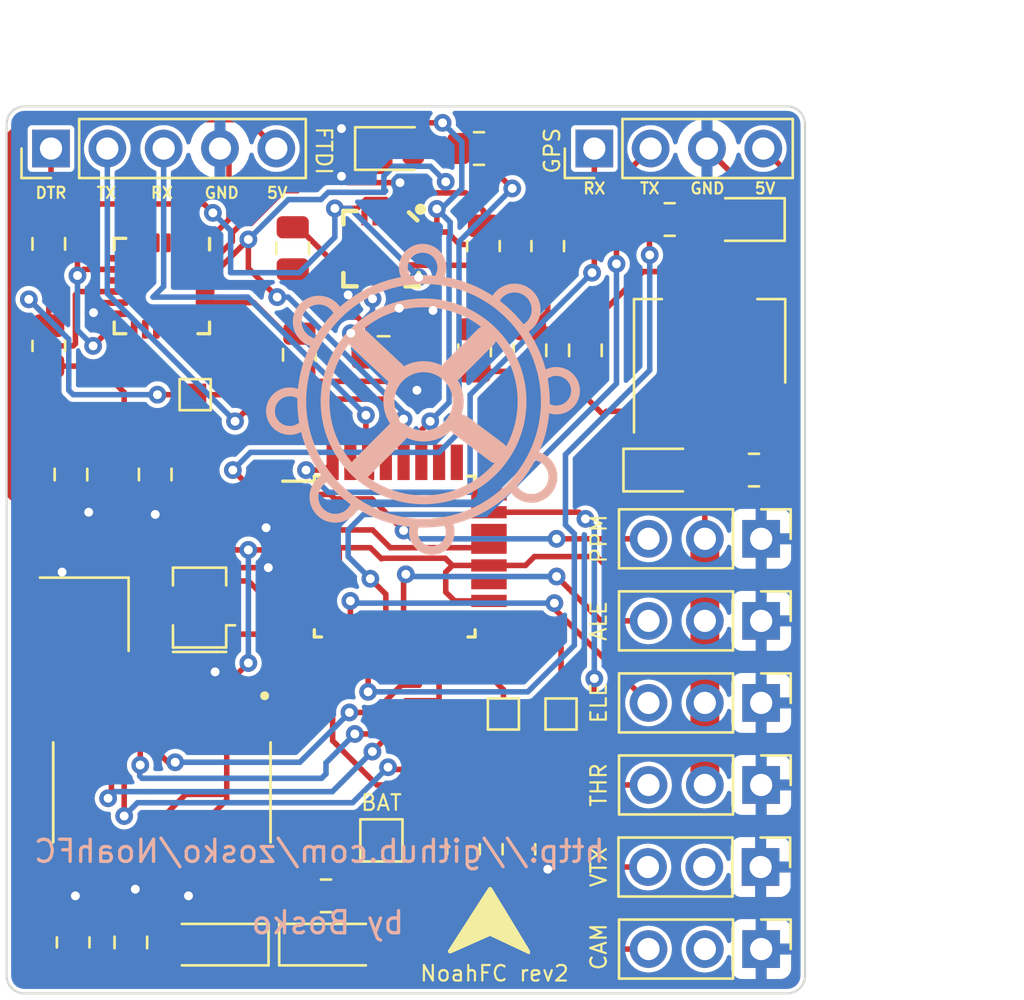
<source format=kicad_pcb>
(kicad_pcb (version 20211014) (generator pcbnew)
  (layers (0 "F.Cu" signal) (31 "B.Cu" signal) (34 "B.Paste" user) (35 "F.Paste" user) (36 "B.SilkS" user "B.Silkscreen") (37 "F.SilkS" user "F.Silkscreen") (38 "B.Mask" user) (39 "F.Mask" user) (44 "Edge.Cuts" user))
  (net 0 "")
  (net 1 "GND")
  (net 2 "5V")
  (net 3 "SCL")
  (net 4 "SDA")
  (net 5 "DTR")
  (net 6 "TX")
  (net 7 "RX")
  (net 8 "Net-(D1-Pad2)")
  (net 9 "Net-(D2-Pad2)")
  (net 10 "SCK")
  (net 11 "XTAL1")
  (net 12 "XTAL2")
  (net 13 "ALERON")
  (net 14 "ELEVATOR")
  (net 15 "THROTTLE")
  (net 16 "PPM")
  (net 17 "GPS_TX")
  (net 18 "GPS_RX")
  (net 19 "RESET")
  (net 20 "MISO")
  (net 21 "LED_GPS")
  (net 22 "LED_MODE")
  (net 23 "VOLTAGE_READ")
  (net 24 "Net-(D3-Pad2)")
  (net 30 "3.3V")
  (net 31 "Net-(C8-Pad1)")
  (net 32 "Net-(C9-Pad1)")
  (net 33 "XTAL1_OSD")
  (net 34 "XTAL2_OSD")
  (net 35 "Net-(C17-Pad1)")
  (net 36 "Net-(C17-Pad2)")
  (net 37 "Net-(C18-Pad1)")
  (net 38 "Net-(C18-Pad2)")
  (net 39 "Net-(C19-Pad1)")
  (net 40 "Net-(C20-Pad2)")
  (net 41 "SS")
  (net 42 "MOSI")
  (net 71 "Net-(J17-Pad3)")
  (net 72 "Net-(C21-Pad1)")
  (net 73 "Net-(C21-Pad2)")
  (net 74 "Net-(R5-Pad1)")
  (footprint "TestPoint:TestPoint_Pad_1.0x1.0mm" (layer "F.Cu") (at 140.3 102.1)
    (fp_text reference "J12" hide)
    (fp_text value "MISO" hide)
  )
  (footprint "Connector_PinHeader_2.54mm:PinHeader_1x05_P2.54mm_Vertical" (layer "F.Cu") (at 119.9 76.6 90)
    (fp_text reference "J4" hide)
    (fp_text value "FTDI" hide)
  )
  (footprint "Resistor_SMD:R_0805_2012Metric" (layer "F.Cu") (at 119.8 85.5 -90)
    (fp_text reference "R1" hide)
    (fp_text value "10K" hide)
  )
  (footprint "Capacitor_Tantalum_SMD:CP_EIA-3216-18_Kemet-A" (layer "F.Cu") (at 132.5 112.5)
    (fp_text reference "C19" hide)
    (fp_text value "47uF" hide)
  )
  (footprint "TestPoint:TestPoint_Pad_1.0x1.0mm" (layer "F.Cu") (at 142.9 102.1 90)
    (fp_text reference "J11" hide)
    (fp_text value "SCK" hide)
  )
  (footprint "Resistor_SMD:R_0805_2012Metric" (layer "F.Cu") (at 151.6 91.1 180)
    (fp_text reference "R4" hide)
    (fp_text value "330" hide)
  )
  (footprint "Capacitor_SMD:C_0805_2012Metric" (layer "F.Cu") (at 144 85.7 90)
    (fp_text reference "C6" hide)
    (fp_text value "10nF" hide)
  )
  (footprint "TestPoint:TestPoint_Pad_1.5x1.5mm" (layer "F.Cu") (at 134.8 107.8)
    (fp_text reference "J5" hide)
    (fp_text value "VCC" hide)
  )
  (footprint "Resistor_SMD:R_0805_2012Metric" (layer "F.Cu") (at 142.3 81 90)
    (fp_text reference "R8" hide)
    (fp_text value "10K" hide)
  )
  (footprint "Capacitor_SMD:C_0805_2012Metric" (layer "F.Cu") (at 124.6 91.3 90)
    (fp_text reference "C10" hide)
    (fp_text value "10uF" hide)
  )
  (footprint "Resistor_SMD:R_0805_2012Metric" (layer "F.Cu") (at 120.9 112.4 90)
    (fp_text reference "R9" hide)
    (fp_text value "75" hide)
  )
  (footprint "Resistor_SMD:R_0805_2012Metric" (layer "F.Cu") (at 139.4 81 90)
    (fp_text reference "R7" hide)
    (fp_text value "10K" hide)
  )
  (footprint "HMC5883L:LPCC-16" (layer "F.Cu") (at 134.7848 81.1152 -90)
    (fp_text reference "U6" hide)
    (fp_text value "HMC5883L" hide)
  )
  (footprint "Sensor_Motion:InvenSense_QFN-24_4x4mm_P0.5mm" (layer "F.Cu") (at 124.9 82.8 -90)
    (fp_text reference "U2" hide)
    (fp_text value "MPU-6050" hide)
  )
  (footprint "Capacitor_Tantalum_SMD:CP_EIA-3216-18_Kemet-A" (layer "F.Cu") (at 127.4 112.5 180)
    (fp_text reference "C18" hide)
    (fp_text value "47uF" hide)
  )
  (footprint "Package_TO_SOT_SMD:SOT-223-3_TabPin2" (layer "F.Cu") (at 149.6 85.3 90)
    (fp_text reference "U4" hide)
    (fp_text value "AMS1117-3.3")
  )
  (footprint "Package_QFP:TQFP-32_7x7mm_P0.8mm" (layer "F.Cu") (at 135.4 95)
    (fp_text reference "U1" hide)
    (fp_text value "ATmega328")
  )
  (footprint "Capacitor_SMD:C_0805_2012Metric" (layer "F.Cu") (at 141.5 85.7 90)
    (fp_text reference "C11" hide)
    (fp_text value "22uF" hide)
  )
  (footprint "Crystal:Resonator_SMD_Murata_CSTxExxV-3Pin_3.0x1.1mm" (layer "F.Cu") (at 126.6 97.3 90)
    (fp_text reference "Y1" hide)
    (fp_text value "16Mhz")
  )
  (footprint "Capacitor_SMD:C_0805_2012Metric" (layer "F.Cu") (at 130.8 81.1 90)
    (fp_text reference "C21" hide)
    (fp_text value "220nF" hide)
  )
  (footprint "Crystal:Crystal_SMD_3225-4Pin_3.2x2.5mm" (layer "F.Cu") (at 121.4 97.6 180)
    (fp_text reference "Y2" hide)
    (fp_text value "27Mhz" hide)
  )
  (footprint "Capacitor_SMD:C_0805_2012Metric" (layer "F.Cu") (at 134.9 85.8 180)
    (fp_text reference "C20" hide)
    (fp_text value "4.7uF" hide)
  )
  (footprint "Resistor_SMD:R_0805_2012Metric" (layer "F.Cu") (at 141 108.2 -90)
    (fp_text reference "R6" hide)
    (fp_text value "10K" hide)
  )
  (footprint "Resistor_SMD:R_0805_2012Metric" (layer "F.Cu") (at 147.8 79.8)
    (fp_text reference "R2" hide)
    (fp_text value "330" hide)
  )
  (footprint "Capacitor_SMD:C_0805_2012Metric" (layer "F.Cu") (at 119.8 80.9 90)
    (fp_text reference "C3" hide)
    (fp_text value "1nF" hide)
  )
  (footprint "LED_SMD:LED_0805_2012Metric" (layer "F.Cu") (at 135.3 76.6)
    (fp_text reference "D2" hide)
    (fp_text value "MODE" hide)
  )
  (footprint "Resistor_SMD:R_0805_2012Metric" (layer "F.Cu") (at 132.3 110.3)
    (fp_text reference "R10" hide)
    (fp_text value "75" hide)
  )
  (footprint "Connector_PinHeader_2.54mm:PinHeader_1x03_P2.54mm_Vertical" (layer "F.Cu") (at 151.9 109 -90)
    (fp_text reference "J17" hide)
    (fp_text value "VTX" hide)
  )
  (footprint "Connector_PinHeader_2.54mm:PinHeader_1x03_P2.54mm_Vertical" (layer "F.Cu") (at 151.925 101.6 -90)
    (fp_text reference "J2" hide)
    (fp_text value "ELE" hide)
  )
  (footprint "Resistor_SMD:R_0805_2012Metric" (layer "F.Cu") (at 139.2 76.6 180)
    (fp_text reference "R3" hide)
    (fp_text value "330" hide)
  )
  (footprint "Capacitor_SMD:C_0805_2012Metric" (layer "F.Cu") (at 120.8 91.3 -90)
    (fp_text reference "C8" hide)
    (fp_text value "100nF" hide)
  )
  (footprint "Connector_PinHeader_2.54mm:PinHeader_1x03_P2.54mm_Vertical" (layer "F.Cu") (at 151.925 97.9 -90)
    (fp_text reference "J1" hide)
    (fp_text value "ALE" hide)
  )
  (footprint "Connector_PinHeader_2.54mm:PinHeader_1x03_P2.54mm_Vertical" (layer "F.Cu") (at 151.925 94.2 -90)
    (fp_text reference "J7" hide)
    (fp_text value "PPM" hide)
  )
  (footprint "Resistor_SMD:R_0805_2012Metric" (layer "F.Cu") (at 138.5 108.2 90)
    (fp_text reference "R5" hide)
    (fp_text value "100K" hide)
  )
  (footprint "Capacitor_SMD:C_0805_2012Metric" (layer "F.Cu") (at 123.5 112.4 -90)
    (fp_text reference "C17" hide)
    (fp_text value "100nF" hide)
  )
  (footprint "Connector_PinHeader_2.54mm:PinHeader_1x03_P2.54mm_Vertical" (layer "F.Cu") (at 151.925 112.7 -90)
    (fp_text reference "J3" hide)
    (fp_text value "CAM" hide)
  )
  (footprint "LED_SMD:LED_0805_2012Metric" (layer "F.Cu") (at 151.3 79.8 180)
    (fp_text reference "D1" hide)
    (fp_text value "GPS" hide)
  )
  (footprint "Connector_PinHeader_2.54mm:PinHeader_1x04_P2.54mm_Vertical" (layer "F.Cu") (at 144.4 76.6 90)
    (fp_text reference "J8" hide)
    (fp_text value "GPS" hide)
  )
  (footprint "LED_SMD:LED_0805_2012Metric" (layer "F.Cu") (at 147.4 91.1)
    (fp_text reference "D3" hide)
    (fp_text value "PWR" hide)
  )
  (footprint "TestPoint:TestPoint_Pad_1.0x1.0mm" (layer "F.Cu") (at 126.4 87.7)
    (fp_text reference "J18" hide)
    (fp_text value "RESET" hide)
  )
  (footprint "Connector_PinHeader_2.54mm:PinHeader_1x03_P2.54mm_Vertical" (layer "F.Cu") (at 151.925 105.3 -90)
    (fp_text reference "J6" hide)
    (fp_text value "THR" hide)
  )
  (footprint "Capacitor_SMD:C_0805_2012Metric" (layer "F.Cu") (at 131.1 85.9 -90)
    (fp_text reference "C9" hide)
    (fp_text value "2.2nF" hide)
  )
  (footprint "Capacitor_SMD:C_0805_2012Metric" (layer "F.Cu") (at 139 85.7 -90)
    (fp_text reference "C7" hide)
    (fp_text value "100nF" hide)
  )
  (footprint "MAX7456:SOP65P637X110-28N" (layer "F.Cu") (at 124.9 105.6325 -90)
    (fp_text reference "U5" hide)
    (fp_text value "MAX7456EUI+" hide)
  )
  (gr_circle (center 136.7 88) (end 142.191812 88) (layer "B.SilkS") (width 0.4) (fill none))
  (gr_circle (center 136.7 88) (end 141.141846 88) (layer "B.SilkS") (width 0.4) (fill none))
  (gr_line (start 135.5 89.4) (end 133.9 91) (layer "B.SilkS") (width 1))
  (gr_arc (start 137.8 93.5) (mid 137.128321 94.7251) (end 136.3 93.6) (layer "B.SilkS") (width 0.4))
  (gr_arc (start 142.2 86.8) (mid 143.550704 87.463346) (end 142.3 88.3) (layer "B.SilkS") (width 0.4))
  (gr_circle (center 136.7 88) (end 138.26205 88) (layer "B.SilkS") (width 0.5) (fill none))
  (gr_line (start 138 86.6) (end 139.5 85.1) (layer "B.SilkS") (width 1))
  (gr_arc (start 141.9 90.5) (mid 142.347226 91.981248) (end 140.799999 92) (layer "B.SilkS") (width 0.4))
  (gr_arc (start 131.150645 89.16329) (mid 129.800035 88.499958) (end 131.050645 87.66329) (layer "B.SilkS") (width 0.4))
  (gr_arc (start 135.93671 82.450645) (mid 136.600042 81.100035) (end 137.43671 82.350645) (layer "B.SilkS") (width 0.4))
  (gr_line (start 138.4 89.1) (end 140 90.3) (layer "B.SilkS") (width 1))
  (gr_arc (start 131.600001 85.3) (mid 131.238706 83.77609) (end 132.800001 83.9) (layer "B.SilkS") (width 0.4))
  (gr_line (start 135.4 86.7) (end 133.8 85.2) (layer "B.SilkS") (width 1))
  (gr_arc (start 133.6 92.699999) (mid 132.093447 93.040958) (end 132.2 91.499999) (layer "B.SilkS") (width 0.4))
  (gr_arc (start 139.9 83.5) (mid 141.434702 83.126203) (end 141.3 84.7) (layer "B.SilkS") (width 0.4))
  (gr_poly (pts (xy 141.4 112.8) (xy 139.7 112) (xy 137.9 112.8) (xy 139.7 110)) (layer "F.SilkS") (width 0.2) (fill solid))
  (gr_arc locked (start 153.899999 113.9) (mid 153.665684 114.465685) (end 153.099999 114.7) (layer "Edge.Cuts") (width 0.1))
  (gr_line locked (start 153.099999 114.7) (end 118.699999 114.7) (layer "Edge.Cuts") (width 0.1))
  (gr_arc locked (start 153.099999 74.7) (mid 153.665684 74.934315) (end 153.899999 75.5) (layer "Edge.Cuts") (width 0.1))
  (gr_arc locked (start 118.699999 114.7) (mid 118.134314 114.465685) (end 117.899999 113.9) (layer "Edge.Cuts") (width 0.1))
  (gr_line locked (start 117.899999 113.9) (end 117.899999 75.5) (layer "Edge.Cuts") (width 0.1))
  (gr_line locked (start 118.699999 74.7) (end 153.099999 74.7) (layer "Edge.Cuts") (width 0.1))
  (gr_arc locked (start 117.899999 75.5) (mid 118.134314 74.934315) (end 118.699999 74.7) (layer "Edge.Cuts") (width 0.1))
  (gr_line locked (start 153.899999 75.5) (end 153.899999 113.9) (layer "Edge.Cuts") (width 0.1))
  (gr_text "http://github.com/zosko/NoahFC\n\nby Bosko " (at 132 109.9) (layer "B.SilkS") (effects (font (size 1 1)) (justify mirror)))
  (gr_text "ALE" (at 144.6 97.9 90) (layer "F.SilkS") (effects (font (size 0.7 0.7) (thickness 0.1))))
  (gr_text "CAM" (at 144.6 112.6 90) (layer "F.SilkS") (effects (font (size 0.7 0.7) (thickness 0.1))))
  (gr_text "VTX" (at 144.6 109 90) (layer "F.SilkS") (effects (font (size 0.7 0.7) (thickness 0.1))))
  (gr_text "ELE" (at 144.6 101.6 90) (layer "F.SilkS") (effects (font (size 0.7 0.7) (thickness 0.1))))
  (gr_text "RX" (at 124.9 78.6) (layer "F.SilkS") (effects (font (size 0.5 0.5) (thickness 0.1))))
  (gr_text "TX" (at 146.9 78.4) (layer "F.SilkS") (effects (font (size 0.5 0.5) (thickness 0.1))))
  (gr_text "BAT" (at 134.8 106.1) (layer "F.SilkS") (effects (font (size 0.7 0.7) (thickness 0.1))))
  (gr_text "PPM" (at 144.6 94.2 90) (layer "F.SilkS") (effects (font (size 0.7 0.7) (thickness 0.1))))
  (gr_text "FTDI" (at 132.2 76.7 270) (layer "F.SilkS") (effects (font (size 0.7 0.7) (thickness 0.1))))
  (gr_text "5V" (at 152.1 78.4) (layer "F.SilkS") (effects (font (size 0.5 0.5) (thickness 0.1))))
  (gr_text "RX" (at 144.4 78.4) (layer "F.SilkS") (effects (font (size 0.5 0.5) (thickness 0.1))))
  (gr_text "THR" (at 144.6 105.3 90) (layer "F.SilkS") (effects (font (size 0.7 0.7) (thickness 0.1))))
  (gr_text "TX" (at 122.4 78.6) (layer "F.SilkS") (effects (font (size 0.5 0.5) (thickness 0.1))))
  (gr_text "GPS" (at 142.5 76.7 90) (layer "F.SilkS") (effects (font (size 0.7 0.7) (thickness 0.1))))
  (gr_text "DTR" (at 119.9 78.6) (layer "F.SilkS") (effects (font (size 0.5 0.5) (thickness 0.1))))
  (gr_text "GND" (at 149.5 78.4) (layer "F.SilkS") (effects (font (size 0.5 0.5) (thickness 0.1))))
  (gr_text "5V" (at 130.1 78.6) (layer "F.SilkS") (effects (font (size 0.5 0.5) (thickness 0.1))))
  (gr_text "NoahFC rev2" (at 139.9 113.8) (layer "F.SilkS") (effects (font (size 0.7 0.7) (thickness 0.1))))
  (gr_text "GND" (at 127.6 78.6) (layer "F.SilkS") (effects (font (size 0.5 0.5) (thickness 0.1))))
  (segment (start 126.15 84.75) (end 128.25 86.85) (width 0.25) (layer "F.Cu") (net 1))
  (segment (start 135.637701 78.137701) (end 133.287201 78.137701) (width 0.25) (layer "F.Cu") (net 1))
  (segment (start 141.5 86.65) (end 139 86.65) (width 0.25) (layer "F.Cu") (net 1))
  (segment (start 127.6 95.1) (end 128 95.5) (width 0.25) (layer "F.Cu") (net 1))
  (segment (start 128.2 78) (end 127.925 78.275) (width 0.25) (layer "F.Cu") (net 1))
  (segment (start 131.35 87.1) (end 131.1 86.85) (width 0.25) (layer "F.Cu") (net 1))
  (segment (start 135.0348 82.4852) (end 135.0348 83.0098) (width 0.25) (layer "F.Cu") (net 1))
  (segment (start 122.95 83.55) (end 122.268412 83.55) (width 0.25) (layer "F.Cu") (net 1))
  (segment (start 133.4625 75.7) (end 134.3625 76.6) (width 0.25) (layer "F.Cu") (net 1))
  (segment (start 146.4625 91.1) (end 147.3 90.2625) (width 0.25) (layer "F.Cu") (net 1))
  (segment (start 151.2 78.4) (end 151.2 78.32) (width 0.25) (layer "F.Cu") (net 1))
  (segment (start 134.4 93.8) (end 131.15 93.8) (width 0.25) (layer "F.Cu") (net 1))
  (segment (start 135.0348 83.0098) (end 135.125 83.1) (width 0.25) (layer "F.Cu") (net 1))
  (segment (start 134.3625 76.6) (end 132.2 76.6) (width 0.25) (layer "F.Cu") (net 1))
  (segment (start 142.2875 109.1125) (end 142.3 109.1) (width 0.25) (layer "F.Cu") (net 1))
  (segment (start 127.175 100.325) (end 127.3 100.2) (width 0.25) (layer "F.Cu") (net 1))
  (segment (start 120.3 96.75) (end 120.3 95.8) (width 0.25) (layer "F.Cu") (net 1))
  (segment (start 127.925 79.800305) (end 127.925 78.275) (width 0.25) (layer "F.Cu") (net 1))
  (segment (start 135.85 86.85) (end 135.6 87.1) (width 0.25) (layer "F.Cu") (net 1))
  (segment (start 124.6 92.25) (end 124.6 93.1) (width 0.25) (layer "F.Cu") (net 1))
  (segment (start 126.15 80.85) (end 126.7 80.3) (width 0.25) (layer "F.Cu") (net 1))
  (segment (start 135.125 83.1) (end 135.6 83.575) (width 0.25) (layer "F.Cu") (net 1))
  (segment (start 129.8 95.4) (end 129.7 95.5) (width 0.25) (layer "F.Cu") (net 1))
  (segment (start 129.7 93.8) (end 129.6 93.7) (width 0.25) (layer "F.Cu") (net 1))
  (segment (start 135.85 85.8) (end 135.85 86.85) (width 0.25) (layer "F.Cu") (net 1))
  (segment (start 135.85 86.95) (end 136.4 87.5) (width 0.25) (layer "F.Cu") (net 1))
  (segment (start 134.0348 82.4852) (end 134.0148 82.4852) (width 0.25) (layer "F.Cu") (net 1))
  (segment (start 144.95 88.45) (end 144.8 88.6) (width 0.25) (layer "F.Cu") (net 1))
  (segment (start 135.6 83.575) (end 135.6 83.8) (width 0.25) (layer "F.Cu") (net 1))
  (segment (start 144 86.65) (end 141.5 86.65) (width 0.25) (layer "F.Cu") (net 1))
  (segment (start 133 75.7) (end 133.4625 75.7) (width 0.25) (layer "F.Cu") (net 1))
  (segment (start 125 95.3) (end 125.2 95.1) (width 0.25) (layer "F.Cu") (net 1))
  (segment (start 135.85 85.8) (end 136.5 85.8) (width 0.25) (layer "F.Cu") (net 1))
  (segment (start 125.2 95.1) (end 127.6 95.1) (width 0.25) (layer "F.Cu") (net 1))
  (segment (start 120.4 96.75) (end 122.1 98.45) (width 0.25) (layer "F.Cu") (net 1))
  (segment (start 120.3 95.8) (end 120.4 95.7) (width 0.25) (layer "F.Cu") (net 1))
  (segment (start 123.925 108.5075) (end 123.925 109.775) (width 0.25) (layer "F.Cu") (net 1))
  (segment (start 135.2 94.6) (end 134.4 93.8) (width 0.25) (layer "F.Cu") (net 1))
  (segment (start 131.15 93.8) (end 129.7 93.8) (width 0.25) (layer "F.Cu") (net 1))
  (segment (start 134.0148 82.4852) (end 133.3 83.2) (width 0.25) (layer "F.Cu") (net 1))
  (segment (start 127.925 78.275) (end 127.925 77.005) (width 0.25) (layer "F.Cu") (net 1))
  (segment (start 120.85 92.25) (end 121.6 93) (width 0.25) (layer "F.Cu") (net 1))
  (segment (start 135.85 85.8) (end 135.85 86.95) (width 0.25) (layer "F.Cu") (net 1))
  (segment (start 126.7 80.3) (end 127.425305 80.3) (width 0.25) (layer "F.Cu") (net 1))
  (segment (start 136.5 85.8) (end 137.1 85.2) (width 0.25) (layer "F.Cu") (net 1))
  (segment (start 120.3 96.75) (end 120.4 96.75) (width 0.25) (layer "F.Cu") (net 1))
  (segment (start 151.2 78.32) (end 149.48 76.6) (width 0.25) (layer "F.Cu") (net 1))
  (segment (start 130.8 78) (end 128.2 78) (width 0.25) (layer "F.Cu") (net 1))
  (segment (start 127.425305 80.3) (end 127.925 79.800305) (width 0.25) (layer "F.Cu") (net 1))
  (segment (start 147.3 90.2625) (end 147.3 88.45) (width 0.25) (layer "F.Cu") (net 1))
  (segment (start 120.9 111.4875) (end 120.9 110.4) (width 0.25) (layer "F.Cu") (net 1))
  (segment (start 136.7 86.65) (end 135.85 85.8) (width 0.25) (layer "F.Cu") (net 1))
  (segment (start 139.65 94.6) (end 135.2 94.6) (width 0.25) (layer "F.Cu") (net 1))
  (segment (start 139 86.65) (end 136.7 86.65) (width 0.25) (layer "F.Cu") (net 1))
  (segment (start 144 87.8) (end 144 86.65) (width 0.25) (layer "F.Cu") (net 1))
  (segment (start 120.8 92.25) (end 120.85 92.25) (width 0.25) (layer "F.Cu") (net 1))
  (segment (start 127.925 77.005) (end 127.52 76.6) (width 0.25) (layer "F.Cu") (net 1))
  (segment (start 152.2375 79.8) (end 152.2375 79.4375) (width 0.25) (layer "F.Cu") (net 1))
  (segment (start 125.875 108.5075) (end 125.875 110.075) (width 0.25) (layer "F.Cu") (net 1))
  (segment (start 147.3 88.45) (end 144.95 88.45) (width 0.25) (layer "F.Cu") (net 1))
  (segment (start 126.6 97.3) (end 125.6 97.3) (width 0.25) (layer "F.Cu") (net 1))
  (segment (start 122.1 98.45) (end 122.5 98.45) (width 0.25) (layer "F.Cu") (net 1))
  (segment (start 123.925 109.775) (end 123.7 110) (width 0.25) (layer "F.Cu") (net 1))
  (segment (start 128 95.5) (end 129.7 95.5) (width 0.25) (layer "F.Cu") (net 1))
  (segment (start 125.875 110.075) (end 126.1 110.3) (width 0.25) (layer "F.Cu") (net 1))
  (segment (start 122.268412 83.55) (end 121.818412 84) (width 0.25) (layer "F.Cu") (net 1))
  (segment (start 135.6 87.1) (end 131.35 87.1) (width 0.25) (layer "F.Cu") (net 1))
  (segment (start 120.9 110.4) (end 121 110.3) (width 0.25) (layer "F.Cu") (net 1))
  (segment (start 144.8 88.6) (end 144 87.8) (width 0.25) (layer "F.Cu") (net 1))
  (segment (start 127.175 102.7575) (end 127.175 100.325) (width 0.25) (layer "F.Cu") (net 1))
  (segment (start 132.2 76.6) (end 130.8 78) (width 0.25) (layer "F.Cu") (net 1))
  (segment (start 128.25 86.85) (end 131.1 86.85) (width 0.25) (layer "F.Cu") (net 1))
  (segment (start 137.1 83.9255) (end 137.1255 83.9) (width 0.25) (layer "F.Cu") (net 1))
  (segment (start 137.1 85.2) (end 137.1 83.9255) (width 0.25) (layer "F.Cu") (net 1))
  (segment (start 133.287201 78.137701) (end 133 77.8505) (width 0.25) (layer "F.Cu") (net 1))
  (segment (start 152.2375 79.4375) (end 151.2 78.4) (width 0.25) (layer "F.Cu") (net 1))
  (segment (start 131.15 95.4) (end 129.8 95.4) (width 0.25) (layer "F.Cu") (net 1))
  (segment (start 125.6 97.3) (end 125 96.7) (width 0.25) (layer "F.Cu") (net 1))
  (segment (start 125 96.7) (end 125 95.3) (width 0.25) (layer "F.Cu") (net 1))
  (segment (start 141 109.1125) (end 142.2875 109.1125) (width 0.25) (layer "F.Cu") (net 1))
  (via (at 126.1 110.3) (size 0.8) (drill 0.4) (layers "F.Cu" "B.Cu") (net 1))
  (via (at 135.6 83.8) (size 0.8) (drill 0.4) (layers "F.Cu" "B.Cu") (net 1))
  (via (at 129.6 93.7) (size 0.8) (drill 0.4) (layers "F.Cu" "B.Cu") (net 1))
  (via (at 137.1255 83.9) (size 0.8) (drill 0.4) (layers "F.Cu" "B.Cu") (net 1))
  (via (at 121 110.3) (size 0.8) (drill 0.4) (layers "F.Cu" "B.Cu") (net 1))
  (via (at 133.3 83.2) (size 0.8) (drill 0.4) (layers "F.Cu" "B.Cu") (net 1))
  (via (at 129.7 95.5) (size 0.8) (drill 0.4) (layers "F.Cu" "B.Cu") (net 1))
  (via (at 133 77.8505) (size 0.8) (drill 0.4) (layers "F.Cu" "B.Cu") (net 1))
  (via (at 127.3 100.2) (size 0.8) (drill 0.4) (layers "F.Cu" "B.Cu") (net 1))
  (via (at 123.7 110) (size 0.8) (drill 0.4) (layers "F.Cu" "B.Cu") (net 1))
  (via (at 136.4 87.5) (size 0.8) (drill 0.4) (layers "F.Cu" "B.Cu") (net 1))
  (via (at 124.6 93.1) (size 0.8) (drill 0.4) (layers "F.Cu" "B.Cu") (net 1))
  (via (at 121.818412 84) (size 0.8) (drill 0.4) (layers "F.Cu" "B.Cu") (net 1))
  (via (at 135.637701 78.137701) (size 0.8) (drill 0.4) (layers "F.Cu" "B.Cu") (net 1))
  (via (at 120.4 95.7) (size 0.8) (drill 0.4) (layers "F.Cu" "B.Cu") (net 1))
  (via (at 121.6 93) (size 0.8) (drill 0.4) (layers "F.Cu" "B.Cu") (net 1))
  (via (at 142.3 109.1) (size 0.8) (drill 0.4) (layers "F.Cu" "B.Cu") (net 1))
  (via (at 133 75.7) (size 0.8) (drill 0.4) (layers "F.Cu" "B.Cu") (net 1))
  (segment (start 133 77.8505) (end 133 75.7) (width 0.25) (layer "B.Cu") (net 1))
  (segment (start 136.9 80.8) (end 135.637701 79.537701) (width 0.25) (layer "B.Cu") (net 1))
  (segment (start 137.205144 81.105144) (end 136.9 80.8) (width 0.25) (layer "B.Cu") (net 1))
  (segment (start 137.205144 83.820356) (end 137.205144 81.105144) (width 0.25) (layer "B.Cu") (net 1))
  (segment (start 137.1255 83.9) (end 137.205144 83.820356) (width 0.25) (layer "B.Cu") (net 1))
  (segment (start 135.637701 79.537701) (end 135.637701 78.137701) (width 0.25) (layer "B.Cu") (net 1))
  (segment (start 128.2 94.7) (end 128.8 94.7) (width 0.25) (layer "F.Cu") (net 2))
  (segment (start 122.6 94.1) (end 122.7 94) (width 0.25) (layer "F.Cu") (net 2))
  (segment (start 131.05 94.7) (end 131.15 94.6) (width 0.25) (layer "F.Cu") (net 2))
  (segment (start 152.5125 91.1) (end 152.5125 91.6875) (width 0.25) (layer "F.Cu") (net 2))
  (segment (start 149.3 96) (end 149.385 95.915) (width 0.25) (layer "F.Cu") (net 2))
  (segment (start 138.1 97) (end 137.7 96.6) (width 0.25) (layer "F.Cu") (net 2))
  (segment (start 153.3 77.88) (end 153.3 87.05) (width 0.25) (layer "F.Cu") (net 2))
  (segment (start 124.575 107.125) (end 125.975 105.725) (width 0.25) (layer "F.Cu") (net 2))
  (segment (start 149.7 92.7) (end 149.385 93.015) (width 0.25) (layer "F.Cu") (net 2))
  (segment (start 124.6 90.35) (end 123.2 88.95) (width 0.25) (layer "F.Cu") (net 2))
  (segment (start 132.9 94.7) (end 132.8 94.6) (width 0.25) (layer "F.Cu") (net 2))
  (segment (start 152.02 76.6) (end 153.3 77.88) (width 0.25) (layer "F.Cu") (net 2))
  (segment (start 122.0125 86.4125) (end 119.8 86.4125) (width 0.25) (layer "F.Cu") (net 2))
  (segment (start 126.525 108.5075) (end 126.525 107.275) (width 0.25) (layer "F.Cu") (net 2))
  (segment (start 137.7 95.7) (end 138 95.4) (width 0.25) (layer "F.Cu") (net 2))
  (segment (start 118.05 92.25) (end 119.9 94.1) (width 0.25) (layer "F.Cu") (net 2))
  (segment (start 118.05 75.95) (end 118.05 92.25) (width 0.25) (layer "F.Cu") (net 2))
  (segment (start 132.9 95.9) (end 132.9 94.7) (width 0.25) (layer "F.Cu") (net 2))
  (segment (start 149.385 93.015) (end 149.385 94.2) (width 0.25) (layer "F.Cu") (net 2))
  (segment (start 127.825 100.775) (end 128.8 99.8) (width 0.25) (layer "F.Cu") (net 2))
  (segment (start 138 95.4) (end 139.65 95.4) (width 0.25) (layer "F.Cu") (net 2))
  (segment (start 149.385 97.9) (end 149.385 101.6) (width 1.3) (layer "F.Cu") (net 2))
  (segment (start 119.9 94.1) (end 122.6 94.1) (width 0.25) (layer "F.Cu") (net 2))
  (segment (start 137.675 95.075) (end 138 95.4) (width 0.25) (layer "F.Cu") (net 2))
  (segment (start 127.825 105.725) (end 127.825 102.7575) (width 0.25) (layer "F.Cu") (net 2))
  (segment (start 152.5125 91.6875) (end 151.5 92.7) (width 0.25) (layer "F.Cu") (net 2))
  (segment (start 132.6 96.2) (end 132.9 95.9) (width 0.25) (layer "F.Cu") (net 2))
  (segment (start 152.5125 91.1) (end 151.9 90.4875) (width 0.25) (layer "F.Cu") (net 2))
  (segment (start 127.825 102.7575) (end 127.825 100.775) (width 0.25) (layer "F.Cu") (net 2))
  (segment (start 125.55 90.35) (end 127.7 92.5) (width 0.25) (layer "F.Cu") (net 2))
  (segment (start 128.8 94.7) (end 131.05 94.7) (width 0.25) (layer "F.Cu") (net 2))
  (segment (start 131.15 96.2) (end 132.6 96.2) (width 0.25) (layer "F.Cu") (net 2))
  (segment (start 125.975 105.725) (end 127.825 105.725) (width 0.25) (layer "F.Cu") (net 2))
  (segment (start 130.06 76.6) (end 128.76 75.3) (width 0.25) (layer "F.Cu") (net 2))
  (segment (start 127.7 92.5) (end 127.7 94.2) (width 0.25) (layer "F.Cu") (net 2))
  (segment (start 127.825 105.975) (end 127.825 105.725) (width 0.25) (layer "F.Cu") (net 2))
  (segment (start 118.7 75.3) (end 118.05 75.95) (width 0.25) (layer "F.Cu") (net 2))
  (segment (start 139.65 97) (end 138.1 97) (width 0.25) (layer "F.Cu") (net 2))
  (segment (start 128.76 75.3) (end 118.7 75.3) (width 0.25) (layer "F.Cu") (net 2))
  (segment (start 134.8 95.1) (end 134.825 95.075) (width 0.25) (layer "F.Cu") (net 2))
  (segment (start 127.7 94.2) (end 128.2 94.7) (width 0.25) (layer "F.Cu") (net 2))
  (segment (start 141.7 95) (end 144.5 95) (width 0.25) (layer "F.Cu") (net 2))
  (segment (start 132.8 94.6) (end 134.3 94.6) (width 0.25) (layer "F.Cu") (net 2))
  (segment (start 149.385 95.915) (end 149.385 97.9) (width 1.3) (layer "F.Cu") (net 2))
  (segment (start 134.3 94.6) (end 134.8 95.1) (width 0.25) (layer "F.Cu") (net 2))
  (segment (start 137.7 96.6) (end 137.7 95.7) (width 0.25) (layer "F.Cu") (net 2))
  (segment (start 141.3 95.4) (end 141.7 95) (width 0.25) (layer "F.Cu") (net 2))
  (segment (start 126.525 107.275) (end 127.825 105.975) (width 0.25) (layer "F.Cu") (net 2))
  (segment (start 145.5 96) (end 149.3 96) (width 0.25) (layer "F.Cu") (net 2))
  (segment (start 122.7 90.5) (end 122.85 90.35) (width 0.25) (layer "F.Cu") (net 2))
  (segment (start 122.7 94) (end 122.7 90.5) (width 0.25) (layer "F.Cu") (net 2))
  (segment (start 149.385 101.6) (end 149.385 105.3) (width 1.3) (layer "F.Cu") (net 2))
  (segment (start 131.15 94.6) (end 132.8 94.6) (width 0.25) (layer "F.Cu") (net 2))
  (segment (start 139.65 95.4) (end 141.3 95.4) (width 0.25) (layer "F.Cu") (net 2))
  (segment (start 124.575 108.5075) (end 124.575 107.125) (width 0.25) (layer "F.Cu") (net 2))
  (segment (start 123.2 88.95) (end 123.2 87.6) (width 0.25) (layer "F.Cu") (net 2))
  (segment (start 151.9 90.4875) (end 151.9 88.45) (width 0.25) (layer "F.Cu") (net 2))
  (segment (start 151.5 92.7) (end 149.7 92.7) (width 0.25) (layer "F.Cu") (net 2))
  (segment (start 123.2 87.6) (end 122.0125 86.4125) (width 0.25) (layer "F.Cu") (net 2))
  (segment (start 149.385 94.2) (end 149.385 95.915) (width 1.3) (layer "F.Cu") (net 2))
  (segment (start 134.825 95.075) (end 137.675 95.075) (width 0.25) (layer "F.Cu") (net 2))
  (segment (start 124.6 90.35) (end 125.55 90.35) (width 0.25) (layer "F.Cu") (net 2))
  (segment (start 153.3 87.05) (end 151.9 88.45) (width 0.25) (layer "F.Cu") (net 2))
  (segment (start 122.85 90.35) (end 124.6 90.35) (width 0.25) (layer "F.Cu") (net 2))
  (segment (start 144.5 95) (end 145.5 96) (width 0.25) (layer "F.Cu") (net 2))
  (via (at 128.8 94.7) (size 0.8) (drill 0.4) (layers "F.Cu" "B.Cu") (net 2))
  (via (at 128.8 99.8) (size 0.8) (drill 0.4) (layers "F.Cu" "B.Cu") (net 2))
  (segment (start 128.8 99.8) (end 128.8 94.7) (width 0.25) (layer "B.Cu") (net 2))
  (segment (start 137.7 78.1) (end 137.7 78.6) (width 0.25) (layer "F.Cu") (net 3))
  (segment (start 137.7 78.6) (end 138.6 78.6) (width 0.25) (layer "F.Cu") (net 3))
  (segment (start 138.6 78.6) (end 139.4 79.4) (width 0.25) (layer "F.Cu") (net 3))
  (segment (start 135.5348 79.7452) (end 135.5348 79.2652) (width 0.25) (layer "F.Cu") (net 3))
  (segment (start 136.2 78.6) (end 137.7 78.6) (width 0.25) (layer "F.Cu") (net 3))
  (segment (start 130.1 83.3) (end 128.8 82) (width 0.25) (layer "F.Cu") (net 3))
  (segment (start 126.85 82.05) (end 127.45 82.05) (width 0.25) (layer "F.Cu") (net 3))
  (segment (start 139.4 79.4) (end 139.4 80.0875) (width 0.25) (layer "F.Cu") (net 3))
  (segment (start 128.8 82) (end 128.8 80.7) (width 0.25) (layer "F.Cu") (net 3))
  (segment (start 135.5348 79.2652) (end 136.2 78.6) (width 0.25) (layer "F.Cu") (net 3))
  (segment (start 135.8 90.75) (end 135.8 88.8) (width 0.25) (layer "F.Cu") (net 3))
  (segment (start 127.45 82.05) (end 128.8 80.7) (width 0.25) (layer "F.Cu") (net 3))
  (via (at 137.7 78.1) (size 0.8) (drill 0.4) (layers "F.Cu" "B.Cu") (net 3))
  (via (at 135.8 88.8) (size 0.8) (drill 0.4) (layers "F.Cu" "B.Cu") (net 3))
  (via (at 128.8 80.7) (size 0.8) (drill 0.4) (layers "F.Cu" "B.Cu") (net 3))
  (via (at 130.1 83.3) (size 0.8) (drill 0.4) (layers "F.Cu" "B.Cu") (net 3))
  (segment (start 137 77.4) (end 137.7 78.1) (width 0.25) (layer "B.Cu") (net 3))
  (segment (start 134.987348 78.512652) (end 134.912701 78.438006) (width 0.25) (layer "B.Cu") (net 3))
  (segment (start 132.074695 78.9) (end 132.399695 78.575) (width 0.25) (layer "B.Cu") (net 3))
  (segment (start 132.399695 78.575) (end 134.925 78.575) (width 0.25) (layer "B.Cu") (net 3))
  (segment (start 135.8 88.8) (end 135.8 88.5) (width 0.25) (layer "B.Cu") (net 3))
  (segment (start 134.912701 77.837396) (end 135.350097 77.4) (width 0.25) (layer "B.Cu") (net 3))
  (segment (start 135.8 88.5) (end 130.6 83.3) (width 0.25) (layer "B.Cu") (net 3))
  (segment (start 135.350097 77.4) (end 137 77.4) (width 0.25) (layer "B.Cu") (net 3))
  (segment (start 134.912701 78.438006) (end 134.912701 77.837396) (width 0.25) (layer "B.Cu") (net 3))
  (segment (start 128.8 80.7) (end 130.6 78.9) (width 0.25) (layer "B.Cu") (net 3))
  (segment (start 130.6 78.9) (end 132.074695 78.9) (width 0.25) (layer "B.Cu") (net 3))
  (segment (start 134.925 78.575) (end 134.987348 78.512652) (width 0.25) (layer "B.Cu") (net 3))
  (segment (start 130.6 83.3) (end 130.1 83.3) (width 0.25) (layer "B.Cu") (net 3))
  (segment (start 132.45 77.05) (end 131 78.5) (width 0.25) (layer "F.Cu") (net 4))
  (segment (start 133.308166 77.05) (end 132.45 77.05) (width 0.25) (layer "F.Cu") (net 4))
  (segment (start 134.841834 77.625) (end 133.883166 77.625) (width 0.25) (layer "F.Cu") (net 4))
  (segment (start 137.3 79.3245) (end 137.3 80.3304) (width 0.25) (layer "F.Cu") (net 4))
  (segment (start 133.883166 77.625) (end 133.308166 77.05) (width 0.25) (layer "F.Cu") (net 4))
  (segment (start 141.4125 80.0875) (end 142.3 80.0875) (width 0.25) (layer "F.Cu") (net 4))
  (segment (start 127.313604 81.55) (end 126.85 81.55) (width 0.25) (layer "F.Cu") (net 4))
  (segment (start 128.075 80.788604) (end 127.313604 81.55) (width 0.25) (layer "F.Cu") (net 4))
  (segment (start 128.925 79.975) (end 128.499695 79.975) (width 0.25) (layer "F.Cu") (net 4))
  (segment (start 137.557552 75.440674) (end 135.892492 75.440674) (width 0.25) (layer "F.Cu") (net 4))
  (segment (start 128.499695 79.975) (end 128.075 80.399695) (width 0.25) (layer "F.Cu") (net 4))
  (segment (start 131 78.5) (end 130.4 78.5) (width 0.25) (layer "F.Cu") (net 4))
  (segment (start 137.7652 80.3652) (end 138.325 80.925) (width 0.25) (layer "F.Cu") (net 4))
  (segment (start 137.3 80.3304) (end 137.3348 80.3652) (width 0.25) (layer "F.Cu") (net 4))
  (segment (start 130.4 78.5) (end 128.925 79.975) (width 0.25) (layer "F.Cu") (net 4))
  (segment (start 136.6 90.75) (end 136.6 89.3) (width 0.25) (layer "F.Cu") (net 4))
  (segment (start 128.075 80.399695) (end 128.075 80.788604) (width 0.25) (layer "F.Cu") (net 4))
  (segment (start 135.892492 75.440674) (end 135.175 76.158166) (width 0.25) (layer "F.Cu") (net 4))
  (segment (start 140.575 80.925) (end 141.4125 80.0875) (width 0.25) (layer "F.Cu") (net 4))
  (segment (start 138.325 80.925) (end 140.575 80.925) (width 0.25) (layer "F.Cu") (net 4))
  (segment (start 136.6 89.3) (end 137 88.9) (width 0.25) (layer "F.Cu") (net 4))
  (segment (start 137.3348 80.3652) (end 137.7652 80.3652) (width 0.25) (layer "F.Cu") (net 4))
  (segment (start 136.1548 80.3652) (end 137.3348 80.3652) (width 0.25) (layer "F.Cu") (net 4))
  (segment (start 135.175 77.291834) (end 134.841834 77.625) (width 0.25) (layer "F.Cu") (net 4))
  (segment (start 135.175 76.158166) (end 135.175 77.291834) (width 0.25) (layer "F.Cu") (net 4))
  (via (at 137 88.9) (size 0.8) (drill 0.4) (layers "F.Cu" "B.Cu") (net 4))
  (via (at 137.3 79.3245) (size 0.8) (drill 0.4) (layers "F.Cu" "B.Cu") (net 4))
  (via (at 137.557552 75.440674) (size 0.8) (drill 0.4) (layers "F.Cu" "B.Cu") (net 4))
  (segment (start 137.557552 75.440674) (end 138.425 76.308122) (width 0.25) (layer "B.Cu") (net 4))
  (segment (start 138.425 76.308122) (end 138.425 78.400305) (width 0.25) (layer "B.Cu") (net 4))
  (segment (start 137.9 79.9245) (end 137.3 79.3245) (width 0.25) (layer "B.Cu") (net 4))
  (segment (start 137.85 88.05) (end 137.85 80.613604) (width 0.25) (layer "B.Cu") (net 4))
  (segment (start 137 88.9) (end 137.85 88.05) (width 0.25) (layer "B.Cu") (net 4))
  (segment (start 138.425 78.400305) (end 137.500805 79.3245) (width 0.25) (layer "B.Cu") (net 4))
  (segment (start 137.85 80.613604) (end 137.9 80.563604) (width 0.25) (layer "B.Cu") (net 4))
  (segment (start 137.500805 79.3245) (end 137.3 79.3245) (width 0.25) (layer "B.Cu") (net 4))
  (segment (start 137.9 80.563604) (end 137.9 79.9245) (width 0.25) (layer "B.Cu") (net 4))
  (segment (start 119.9 76.6) (end 119.9 79.85) (width 0.25) (layer "F.Cu") (net 5))
  (segment (start 119.9 79.85) (end 119.8 79.95) (width 0.25) (layer "F.Cu") (net 5))
  (segment (start 128.6 88.5) (end 132.3 88.5) (width 0.25) (layer "F.Cu") (net 6))
  (segment (start 128.2 88.9) (end 128.6 88.5) (width 0.25) (layer "F.Cu") (net 6))
  (segment (start 133.4 89.6) (end 133.4 90.75) (width 0.25) (layer "F.Cu") (net 6))
  (segment (start 132.3 88.5) (end 133.4 89.6) (width 0.25) (layer "F.Cu") (net 6))
  (via (at 128.2 88.9) (size 0.8) (drill 0.4) (layers "F.Cu" "B.Cu") (net 6))
  (segment (start 122.44 76.6) (end 122.44 83.14) (width 0.25) (layer "B.Cu") (net 6))
  (segment (start 122.44 83.14) (end 128.2 88.9) (width 0.25) (layer "B.Cu") (net 6))
  (segment (start 134.1 90.65) (end 134.2 90.75) (width 0.25) (layer "F.Cu") (net 7))
  (segment (start 134.1 88.6245) (end 134.1 90.65) (width 0.25) (layer "F.Cu") (net 7))
  (via (at 134.1 88.6245) (size 0.8) (drill 0.4) (layers "F.Cu" "B.Cu") (net 7))
  (segment (start 124.98 76.6) (end 124.98 82.82) (width 0.25) (layer "B.Cu") (net 7))
  (segment (start 128.7755 83.3) (end 134.1 88.6245) (width 0.25) (layer "B.Cu") (net 7))
  (segment (start 124.98 82.82) (end 124.5 83.3) (width 0.25) (layer "B.Cu") (net 7))
  (segment (start 124.5 83.3) (end 128.7755 83.3) (width 0.25) (layer "B.Cu") (net 7))
  (segment (start 150.3625 79.8) (end 148.7125 79.8) (width 0.25) (layer "F.Cu") (net 8))
  (segment (start 138.2875 76.6) (end 136.2375 76.6) (width 0.25) (layer "F.Cu") (net 9))
  (segment (start 135.2 104.6) (end 135.1 104.5) (width 0.25) (layer "F.Cu") (net 10))
  (segment (start 142.9 99.1) (end 142.9 102.1) (width 0.25) (layer "F.Cu") (net 10))
  (segment (start 141.6 97.8) (end 142.9 99.1) (width 0.25) (layer "F.Cu") (net 10))
  (segment (start 135.7 104.6) (end 135.2 104.6) (width 0.25) (layer "F.Cu") (net 10))
  (segment (start 142.9 102.1) (end 140.4 104.6) (width 0.25) (layer "F.Cu") (net 10))
  (segment (start 123.2 102.8325) (end 123.275 102.7575) (width 0.25) (layer "F.Cu") (net 10))
  (segment (start 139.65 97.8) (end 141.6 97.8) (width 0.25) (layer "F.Cu") (net 10))
  (segment (start 140.4 104.6) (end 135.7 104.6) (width 0.25) (layer "F.Cu") (net 10))
  (segment (start 123.2 106.7) (end 123.2 102.8325) (width 0.25) (layer "F.Cu") (net 10))
  (via (at 123.2 106.7) (size 0.8) (drill 0.4) (layers "F.Cu" "B.Cu") (net 10))
  (via (at 135.1 104.5) (size 0.8) (drill 0.4) (layers "F.Cu" "B.Cu") (net 10))
  (segment (start 123.8 106.1) (end 123.2 106.7) (width 0.25) (layer "B.Cu") (net 10))
  (segment (start 135.1 104.5) (end 133.5 106.1) (width 0.25) (layer "B.Cu") (net 10))
  (segment (start 133.5 106.1) (end 123.8 106.1) (width 0.25) (layer "B.Cu") (net 10))
  (segment (start 128.8 96.1) (end 126.6 96.1) (width 0.25) (layer "F.Cu") (net 11))
  (segment (start 131.15 97) (end 129.7 97) (width 0.25) (layer "F.Cu") (net 11))
  (segment (start 129.7 97) (end 128.8 96.1) (width 0.25) (layer "F.Cu") (net 11))
  (segment (start 129.7 98.6) (end 129.6 98.5) (width 0.25) (layer "F.Cu") (net 12))
  (segment (start 131.15 97.8) (end 130.5 97.8) (width 0.25) (layer "F.Cu") (net 12))
  (segment (start 130.5 97.8) (end 129.7 98.6) (width 0.25) (layer "F.Cu") (net 12))
  (segment (start 129.6 98.5) (end 126.6 98.5) (width 0.25) (layer "F.Cu") (net 12))
  (segment (start 144.7 97.9) (end 142.7 95.9) (width 0.25) (layer "F.Cu") (net 13))
  (segment (start 135.9 95.8) (end 135.8 95.9) (width 0.25) (layer "F.Cu") (net 13))
  (segment (start 135.8 95.9) (end 135.8 99.25) (width 0.25) (layer "F.Cu") (net 13))
  (segment (start 146.845 97.9) (end 144.7 97.9) (width 0.25) (layer "F.Cu") (net 13))
  (via (at 135.9 95.8) (size 0.8) (drill 0.4) (layers "F.Cu" "B.Cu") (net 13))
  (via (at 142.7 95.9) (size 0.8) (drill 0.4) (layers "F.Cu" "B.Cu") (net 13))
  (segment (start 136 95.9) (end 135.9 95.8) (width 0.25) (layer "B.Cu") (net 13))
  (segment (start 142.7 95.9) (end 136 95.9) (width 0.25) (layer "B.Cu") (net 13))
  (segment (start 146.845 101.6) (end 142.6 97.355) (width 0.25) (layer "F.Cu") (net 14))
  (segment (start 142.6 97.355) (end 142.6 97.1) (width 0.25) (layer "F.Cu") (net 14))
  (segment (start 133.4 97) (end 133.4 99.25) (width 0.25) (layer "F.Cu") (net 14))
  (via (at 133.4 97) (size 0.8) (drill 0.4) (layers "F.Cu" "B.Cu") (net 14))
  (via (at 142.6 97.1) (size 0.8) (drill 0.4) (layers "F.Cu" "B.Cu") (net 14))
  (segment (start 142.6 97.1) (end 133.5 97.1) (width 0.25) (layer "B.Cu") (net 14))
  (segment (start 133.5 97.1) (end 133.4 97) (width 0.25) (layer "B.Cu") (net 14))
  (segment (start 132.6 103.3) (end 132.6 99.25) (width 0.25) (layer "F.Cu") (net 15))
  (segment (start 146.845 105.3) (end 134.6 105.3) (width 0.25) (layer "F.Cu") (net 15))
  (segment (start 134.6 105.3) (end 132.6 103.3) (width 0.25) (layer "F.Cu") (net 15))
  (segment (start 132.5 92.2) (end 131.15 92.2) (width 0.25) (layer "F.Cu") (net 16))
  (segment (start 132.7 92.4) (end 132.5 92.2) (width 0.25) (layer "F.Cu") (net 16))
  (segment (start 134.3755 92.4) (end 132.7 92.4) (width 0.25) (layer "F.Cu") (net 16))
  (segment (start 146.845 94.2) (end 142.7 94.2) (width 0.25) (layer "F.Cu") (net 16))
  (segment (start 135.8 93.8245) (end 134.3755 92.4) (width 0.25) (layer "F.Cu") (net 16))
  (via (at 135.8 93.8245) (size 0.8) (drill 0.4) (layers "F.Cu" "B.Cu") (net 16))
  (via (at 142.7 94.2) (size 0.8) (drill 0.4) (layers "F.Cu" "B.Cu") (net 16))
  (segment (start 136.1755 94.2) (end 142.7 94.2) (width 0.25) (layer "B.Cu") (net 16))
  (segment (start 135.8 93.8245) (end 136.1755 94.2) (width 0.25) (layer "B.Cu") (net 16))
  (segment (start 134.3 96) (end 135 96.7) (width 0.25) (layer "F.Cu") (net 17))
  (segment (start 146.94 76.6) (end 145.4 78.14) (width 0.25) (layer "F.Cu") (net 17))
  (segment (start 135 96.7) (end 135 99.25) (width 0.25) (layer "F.Cu") (net 17))
  (segment (start 145.4 78.14) (end 145.4 81.8) (width 0.25) (layer "F.Cu") (net 17))
  (via (at 145.4 81.8) (size 0.8) (drill 0.4) (layers "F.Cu" "B.Cu") (net 17))
  (via (at 134.3 96) (size 0.8) (drill 0.4) (layers "F.Cu" "B.Cu") (net 17))
  (segment (start 145.4 81.8) (end 145.4 87.2) (width 0.25) (layer "B.Cu") (net 17))
  (segment (start 133.3 95) (end 134.3 96) (width 0.25) (layer "B.Cu") (net 17))
  (segment (start 134 93.1) (end 133.3 93.8) (width 0.25) (layer "B.Cu") (net 17))
  (segment (start 133.3 93.8) (end 133.3 95) (width 0.25) (layer "B.Cu") (net 17))
  (segment (start 145.4 87.2) (end 140.6 92) (width 0.25) (layer "B.Cu") (net 17))
  (segment (start 140.6 92) (end 139.5 93.1) (width 0.25) (layer "B.Cu") (net 17))
  (segment (start 139.5 93.1) (end 136.3 93.1) (width 0.25) (layer "B.Cu") (net 17))
  (segment (start 136.3 93.1) (end 134 93.1) (width 0.25) (layer "B.Cu") (net 17))
  (segment (start 144.4 76.6) (end 144.4 82.1) (width 0.25) (layer "F.Cu") (net 18))
  (segment (start 132.25 91.1) (end 132.6 90.75) (width 0.25) (layer "F.Cu") (net 18))
  (segment (start 131.4 91.1) (end 132.25 91.1) (width 0.25) (layer "F.Cu") (net 18))
  (segment (start 144.4 82.1) (end 144.3 82.2) (width 0.25) (layer "F.Cu") (net 18))
  (via (at 131.4 91.1) (size 0.8) (drill 0.4) (layers "F.Cu" "B.Cu") (net 18))
  (via (at 144.3 82.2) (size 0.8) (drill 0.4) (layers "F.Cu" "B.Cu") (net 18))
  (segment (start 132.4 92.1) (end 131.4 91.1) (width 0.25) (layer "B.Cu") (net 18))
  (segment (start 138.8 87.7) (end 138.8 92.1) (width 0.25) (layer "B.Cu") (net 18))
  (segment (start 138.8 92.1) (end 132.4 92.1) (width 0.25) (layer "B.Cu") (net 18))
  (segment (start 144.3 82.2) (end 138.8 87.7) (width 0.25) (layer "B.Cu") (net 18))
  (segment (start 119.8 84.5875) (end 119.8 84.3) (width 0.25) (layer "F.Cu") (net 19))
  (segment (start 119.8 81.85) (end 119.8 84.5875) (width 0.25) (layer "F.Cu") (net 19))
  (segment (start 124.7 87.7) (end 126.4 87.7) (width 0.25) (layer "F.Cu") (net 19))
  (segment (start 119.8 84.3) (end 118.9 83.4) (width 0.25) (layer "F.Cu") (net 19))
  (segment (start 135 90.75) (end 135 87.9) (width 0.25) (layer "F.Cu") (net 19))
  (segment (start 128.9 87.9) (end 128.7 87.7) (width 0.25) (layer "F.Cu") (net 19))
  (segment (start 135 87.9) (end 128.9 87.9) (width 0.25) (layer "F.Cu") (net 19))
  (segment (start 128.7 87.7) (end 126.4 87.7) (width 0.25) (layer "F.Cu") (net 19))
  (via (at 118.9 83.4) (size 0.8) (drill 0.4) (layers "F.Cu" "B.Cu") (net 19))
  (via (at 124.7 87.7) (size 0.8) (drill 0.4) (layers "F.Cu" "B.Cu") (net 19))
  (segment (start 120.9 87.7) (end 124.7 87.7) (width 0.25) (layer "B.Cu") (net 19))
  (segment (start 120.7 85.2) (end 120.7 87.5) (width 0.25) (layer "B.Cu") (net 19))
  (segment (start 120.7 87.5) (end 120.9 87.7) (width 0.25) (layer "B.Cu") (net 19))
  (segment (start 118.9 83.4) (end 120.7 85.2) (width 0.25) (layer "B.Cu") (net 19))
  (segment (start 138.2 99.25) (end 138.55 99.25) (width 0.25) (layer "F.Cu") (net 20))
  (segment (start 122.4755 105.9) (end 122.625 105.7505) (width 0.25) (layer "F.Cu") (net 20))
  (segment (start 140.3 102.1) (end 136.08649 102.1) (width 0.25) (layer "F.Cu") (net 20))
  (segment (start 140.3 101) (end 140.3 102.1) (width 0.25) (layer "F.Cu") (net 20))
  (segment (start 138.55 99.25) (end 140.3 101) (width 0.25) (layer "F.Cu") (net 20))
  (segment (start 136.08649 102.1) (end 134.393245 103.793245) (width 0.25) (layer "F.Cu") (net 20))
  (segment (start 122.625 105.7505) (end 122.625 102.7575) (width 0.25) (layer "F.Cu") (net 20))
  (via (at 122.4755 105.9) (size 0.8) (drill 0.4) (layers "F.Cu" "B.Cu") (net 20))
  (via (at 134.393245 103.793245) (size 0.8) (drill 0.4) (layers "F.Cu" "B.Cu") (net 20))
  (segment (start 124.2 105.6) (end 122.7755 105.6) (width 0.25) (layer "B.Cu") (net 20))
  (segment (start 132.58649 105.6) (end 124.2 105.6) (width 0.25) (layer "B.Cu") (net 20))
  (segment (start 122.7755 105.6) (end 122.4755 105.9) (width 0.25) (layer "B.Cu") (net 20))
  (segment (start 134.393245 103.793245) (end 132.58649 105.6) (width 0.25) (layer "B.Cu") (net 20))
  (segment (start 146.8875 79.8) (end 146.8875 81.3875) (width 0.25) (layer "F.Cu") (net 21))
  (segment (start 134.2 101.1) (end 134.2 99.25) (width 0.25) (layer "F.Cu") (net 21))
  (segment (start 146.8875 81.3875) (end 146.9 81.4) (width 0.25) (layer "F.Cu") (net 21))
  (via (at 146.9 81.4) (size 0.8) (drill 0.4) (layers "F.Cu" "B.Cu") (net 21))
  (via (at 134.2 101.1) (size 0.8) (drill 0.4) (layers "F.Cu" "B.Cu") (net 21))
  (segment (start 143.1 93.574695) (end 143.412653 93.887348) (width 0.25) (layer "B.Cu") (net 21))
  (segment (start 143.5 99) (end 141.4 101.1) (width 0.25) (layer "B.Cu") (net 21))
  (segment (start 143.1 90.4) (end 143.1 93.3) (width 0.25) (layer "B.Cu") (net 21))
  (segment (start 143.5 93.974695) (end 143.5 99) (width 0.25) (layer "B.Cu") (net 21))
  (segment (start 146.9 81.4) (end 146.9 86.6) (width 0.25) (layer "B.Cu") (net 21))
  (segment (start 146.9 86.6) (end 146 87.5) (width 0.25) (layer "B.Cu") (net 21))
  (segment (start 146 87.5) (end 143.1 90.4) (width 0.25) (layer "B.Cu") (net 21))
  (segment (start 141.4 101.1) (end 134.2 101.1) (width 0.25) (layer "B.Cu") (net 21))
  (segment (start 143.1 93.3) (end 143.1 93.574695) (width 0.25) (layer "B.Cu") (net 21))
  (segment (start 143.412653 93.887348) (end 143.5 93.974695) (width 0.25) (layer "B.Cu") (net 21))
  (segment (start 130 93) (end 131.15 93) (width 0.25) (layer "F.Cu") (net 22))
  (segment (start 128.1 91.1) (end 130 93) (width 0.25) (layer "F.Cu") (net 22))
  (segment (start 140.1125 77.8125) (end 140.7 78.4) (width 0.25) (layer "F.Cu") (net 22))
  (segment (start 140.1125 76.6) (end 140.1125 77.8125) (width 0.25) (layer "F.Cu") (net 22))
  (via (at 140.7 78.4) (size 0.8) (drill 0.4) (layers "F.Cu" "B.Cu") (net 22))
  (via (at 128.1 91.1) (size 0.8) (drill 0.4) (layers "F.Cu" "B.Cu") (net 22))
  (segment (start 138.3 87) (end 138.3 89.4) (width 0.25) (layer "B.Cu") (net 22))
  (segment (start 137.4 90.3) (end 128.9 90.3) (width 0.25) (layer "B.Cu") (net 22))
  (segment (start 138.3 80.8) (end 138.3 87) (width 0.25) (layer "B.Cu") (net 22))
  (segment (start 140.7 78.4) (end 138.3 80.8) (width 0.25) (layer "B.Cu") (net 22))
  (segment (start 138.3 89.4) (end 137.4 90.3) (width 0.25) (layer "B.Cu") (net 22))
  (segment (start 128.9 90.3) (end 128.1 91.1) (width 0.25) (layer "B.Cu") (net 22))
  (segment (start 147.5125 107.2875) (end 141 107.2875) (width 0.25) (layer "F.Cu") (net 23))
  (segment (start 148.1 106.7) (end 147.5125 107.2875) (width 0.25) (layer "F.Cu") (net 23))
  (segment (start 141 107.2875) (end 138.5 107.2875) (width 0.25) (layer "F.Cu") (net 23))
  (segment (start 144.4 100.5) (end 144.4 101.8) (width 0.25) (layer "F.Cu") (net 23))
  (segment (start 148 103.6) (end 148.1 103.7) (width 0.25) (layer "F.Cu") (net 23))
  (segment (start 143.7 93) (end 144 93.3) (width 0.25) (layer "F.Cu") (net 23))
  (segment (start 146.2 103.6) (end 148 103.6) (width 0.25) (layer "F.Cu") (net 23))
  (segment (start 139.65 93) (end 143.7 93) (width 0.25) (layer "F.Cu") (net 23))
  (segment (start 148.1 103.7) (end 148.1 106.7) (width 0.25) (layer "F.Cu") (net 23))
  (segment (start 144.4 101.8) (end 146.2 103.6) (width 0.25) (layer "F.Cu") (net 23))
  (via (at 144.4 100.5) (size 0.8) (drill 0.4) (layers "F.Cu" "B.Cu") (net 23))
  (via (at 144 93.3) (size 0.8) (drill 0.4) (layers "F.Cu" "B.Cu") (net 23))
  (segment (start 144 93.3) (end 144.4 93.7) (width 0.25) (layer "B.Cu") (net 23))
  (segment (start 144.4 93.7) (end 144.4 100.5) (width 0.25) (layer "B.Cu") (net 23))
  (segment (start 148.3375 91.1) (end 150.6875 91.1) (width 0.25) (layer "F.Cu") (net 24))
  (segment (start 142.3 83.95) (end 141.5 84.75) (width 0.25) (layer "F.Cu") (net 30))
  (segment (start 144 84.75) (end 146.6 82.15) (width 0.25) (layer "F.Cu") (net 30))
  (segment (start 121.093912 80.106088) (end 122.1 79.1) (width 0.25) (layer "F.Cu") (net 30))
  (segment (start 136.480144 82.405945) (end 136.1548 82.080601) (width 0.25) (layer "F.Cu") (net 30))
  (segment (start 142.3 81.9125) (end 142.3 83.95) (width 0.25) (layer "F.Cu") (net 30))
  (segment (start 139.3527 81.8652) (end 139.4 81.9125) (width 0.25) (layer "F.Cu") (net 30))
  (segment (start 135.0348 79.7452) (end 135.0348 78.9348) (width 0.25) (layer "F.Cu") (net 30))
  (segment (start 122.1 79.1) (end 126.8 79.1) (width 0.25) (layer "F.Cu") (net 30))
  (segment (start 146.6 82.15) (end 149.6 82.15) (width 0.25) (layer "F.Cu") (net 30))
  (segment (start 135 78.9) (end 134.1 78.9) (width 0.25) (layer "F.Cu") (net 30))
  (segment (start 139 84.75) (end 141.5 84.75) (width 0.25) (layer "F.Cu") (net 30))
  (segment (start 121.093912 82.325907) (end 121.369819 82.05) (width 0.25) (layer "F.Cu") (net 30))
  (segment (start 134.1 78.9) (end 134.0348 78.9652) (width 0.25) (layer "F.Cu") (net 30))
  (segment (start 136.1548 82.080601) (end 136.1548 81.8652) (width 0.25) (layer "F.Cu") (net 30))
  (segment (start 149.6 88.45) (end 149.6 82.15) (width 0.25) (layer "F.Cu") (net 30))
  (segment (start 121.369819 82.05) (end 122.95 82.05) (width 0.25) (layer "F.Cu") (net 30))
  (segment (start 126.8 79.1) (end 127.2 79.5) (width 0.25) (layer "F.Cu") (net 30))
  (segment (start 141.5 84.75) (end 144 84.75) (width 0.25) (layer "F.Cu") (net 30))
  (segment (start 121.093912 82.325907) (end 121.093912 80.106088) (width 0.25) (layer "F.Cu") (net 30))
  (segment (start 134.0348 78.9652) (end 134.0348 79.7452) (width 0.25) (layer "F.Cu") (net 30))
  (segment (start 142.3 81.9125) (end 139.4 81.9125) (width 0.25) (layer "F.Cu") (net 30))
  (segment (start 132.7 79.3) (end 133.7 79.3) (width 0.25) (layer "F.Cu") (net 30))
  (segment (start 122.55 84.75) (end 121.8 85.5) (width 0.25) (layer "F.Cu") (net 30))
  (segment (start 135.0348 78.9348) (end 135 78.9) (width 0.25) (layer "F.Cu") (net 30))
  (segment (start 123.65 84.75) (end 122.55 84.75) (width 0.25) (layer "F.Cu") (net 30))
  (segment (start 136.1548 81.8652) (end 139.3527 81.8652) (width 0.25) (layer "F.Cu") (net 30))
  (segment (start 133.7 79.3) (end 134.0348 78.9652) (width 0.25) (layer "F.Cu") (net 30))
  (via (at 121.093912 82.325907) (size 0.8) (drill 0.4) (layers "F.Cu" "B.Cu") (net 30))
  (via (at 127.2 79.5) (size 0.8) (drill 0.4) (layers "F.Cu" "B.Cu") (net 30))
  (via (at 136.480144 82.405945) (size 0.8) (drill 0.4) (layers "F.Cu" "B.Cu") (net 30))
  (via (at 121.8 85.5) (size 0.8) (drill 0.4) (layers "F.Cu" "B.Cu") (net 30))
  (via (at 132.7 79.3) (size 0.8) (drill 0.4) (layers "F.Cu" "B.Cu") (net 30))
  (segment (start 136.480144 82.380144) (end 133.4 79.3) (width 0.25) (layer "B.Cu") (net 30))
  (segment (start 136.480144 82.405945) (end 136.480144 82.380144) (width 0.25) (layer "B.Cu") (net 30))
  (segment (start 132.7 80.6) (end 132.7 79.3) (width 0.25) (layer "B.Cu") (net 30))
  (segment (start 128 80.3) (end 128 82.2) (width 0.25) (layer "B.Cu") (net 30))
  (segment (start 133.4 79.3) (end 132.7 79.3) (width 0.25) (layer "B.Cu") (net 30))
  (segment (start 131.1 82.2) (end 132.7 80.6) (width 0.25) (layer "B.Cu") (net 30))
  (segment (start 121.8 85.5) (end 121.093912 84.793912) (width 0.25) (layer "B.Cu") (net 30))
  (segment (start 127.2 79.5) (end 128 80.3) (width 0.25) (layer "B.Cu") (net 30))
  (segment (start 128 82.2) (end 131.1 82.2) (width 0.25) (layer "B.Cu") (net 30))
  (segment (start 121.093912 84.793912) (end 121.093912 82.325907) (width 0.25) (layer "B.Cu") (net 30))
  (segment (start 120.8 90.35) (end 120.8 89.6) (width 0.25) (layer "F.Cu") (net 31))
  (segment (start 121.15 83.05) (end 122.95 83.05) (width 0.25) (layer "F.Cu") (net 31))
  (segment (start 121 85.4) (end 121 83.2) (width 0.25) (layer "F.Cu") (net 31))
  (segment (start 121 83.2) (end 121.15 83.05) (width 0.25) (layer "F.Cu") (net 31))
  (segment (start 118.6 85.5) (end 120.9 85.5) (width 0.25) (layer "F.Cu") (net 31))
  (segment (start 118.5 87.3) (end 118.5 85.6) (width 0.25) (layer "F.Cu") (net 31))
  (segment (start 118.5 85.6) (end 118.6 85.5) (width 0.25) (layer "F.Cu") (net 31))
  (segment (start 120.8 89.6) (end 118.5 87.3) (width 0.25) (layer "F.Cu") (net 31))
  (segment (start 120.9 85.5) (end 121 85.4) (width 0.25) (layer "F.Cu") (net 31))
  (segment (start 129.05 83.55) (end 126.85 83.55) (width 0.25) (layer "F.Cu") (net 32))
  (segment (start 131.1 84.95) (end 130.45 84.95) (width 0.25) (layer "F.Cu") (net 32))
  (segment (start 130.45 84.95) (end 129.05 83.55) (width 0.25) (layer "F.Cu") (net 32))
  (segment (start 125.1 100.3) (end 120.6 100.3) (width 0.25) (layer "F.Cu") (net 33))
  (segment (start 120.6 100.3) (end 120.3 100) (width 0.25) (layer "F.Cu") (net 33))
  (segment (start 125.875 102.7575) (end 125.875 101.075) (width 0.25) (layer "F.Cu") (net 33))
  (segment (start 125.875 101.075) (end 125.1 100.3) (width 0.25) (layer "F.Cu") (net 33))
  (segment (start 120.3 100) (end 120.3 98.45) (width 0.25) (layer "F.Cu") (net 33))
  (segment (start 124.4 99) (end 124.4 97) (width 0.25) (layer "F.Cu") (net 34))
  (segment (start 125.7 99.5) (end 124.9 99.5) (width 0.25) (layer "F.Cu") (net 34))
  (segment (start 124.4 97) (end 124.15 96.75) (width 0.25) (layer "F.Cu") (net 34))
  (segment (start 124.15 96.75) (end 122.5 96.75) (width 0.25) (layer "F.Cu") (net 34))
  (segment (start 124.9 99.5) (end 124.4 99) (width 0.25) (layer "F.Cu") (net 34))
  (segment (start 126.525 100.325) (end 125.7 99.5) (width 0.25) (layer "F.Cu") (net 34))
  (segment (start 126.525 102.7575) (end 126.525 100.325) (width 0.25) (layer "F.Cu") (net 34))
  (segment (start 125.225 108.5075) (end 125.225 109.675) (width 0.25) (layer "F.Cu") (net 35))
  (segment (start 123.5 111.4) (end 123.5 111.45) (width 0.25) (layer "F.Cu") (net 35))
  (segment (start 125.225 109.675) (end 123.5 111.4) (width 0.25) (layer "F.Cu") (net 35))
  (segment (start 124.35 114.2) (end 123.5 113.35) (width 0.25) (layer "F.Cu") (net 36))
  (segment (start 145 112.7) (end 143.5 114.2) (width 0.25) (layer "F.Cu") (net 36))
  (segment (start 143.5 114.2) (end 124.35 114.2) (width 0.25) (layer "F.Cu") (net 36))
  (segment (start 146.845 112.7) (end 145 112.7) (width 0.25) (layer "F.Cu") (net 36))
  (segment (start 123.4625 113.3125) (end 123.5 113.35) (width 0.25) (layer "F.Cu") (net 36))
  (segment (start 120.9 113.3125) (end 123.4625 113.3125) (width 0.25) (layer "F.Cu") (net 36))
  (segment (start 128.75 111.65) (end 128.75 112.5) (width 0.25) (layer "F.Cu") (net 37))
  (segment (start 127.175 110.075) (end 128.75 111.65) (width 0.25) (layer "F.Cu") (net 37))
  (segment (start 127.175 108.5075) (end 127.175 110.075) (width 0.25) (layer "F.Cu") (net 37))
  (segment (start 127.7 113.6) (end 133 113.6) (width 0.25) (layer "F.Cu") (net 38))
  (segment (start 126.05 112.5) (end 126.6 112.5) (width 0.25) (layer "F.Cu") (net 38))
  (segment (start 131.3875 110.3) (end 131.65 110.3) (width 0.25) (layer "F.Cu") (net 38))
  (segment (start 131.65 110.3) (end 133.85 112.5) (width 0.25) (layer "F.Cu") (net 38))
  (segment (start 133 113.6) (end 133.85 112.75) (width 0.25) (layer "F.Cu") (net 38))
  (segment (start 133.85 112.75) (end 133.85 112.5) (width 0.25) (layer "F.Cu") (net 38))
  (segment (start 126.6 112.5) (end 127.7 113.6) (width 0.25) (layer "F.Cu") (net 38))
  (segment (start 127.825 108.5075) (end 127.825 109.250111) (width 0.25) (layer "F.Cu") (net 39))
  (segment (start 129.5 110.7) (end 131.15 112.35) (width 0.25) (layer "F.Cu") (net 39))
  (segment (start 129.274889 110.7) (end 129.5 110.7) (width 0.25) (layer "F.Cu") (net 39))
  (segment (start 127.825 109.250111) (end 129.274889 110.7) (width 0.25) (layer "F.Cu") (net 39))
  (segment (start 131.15 112.35) (end 131.15 112.5) (width 0.25) (layer "F.Cu") (net 39))
  (segment (start 134.5348 82.4852) (end 134.5348 83.2407) (width 0.25) (layer "F.Cu") (net 40))
  (segment (start 133.420971 84.9245) (end 133.95 85.453529) (width 0.25) (layer "F.Cu") (net 40))
  (segment (start 134.5348 83.2407) (end 134.4 83.3755) (width 0.25) (layer "F.Cu") (net 40))
  (segment (start 133.95 85.453529) (end 133.95 85.8) (width 0.25) (layer "F.Cu") (net 40))
  (via (at 133.420971 84.9245) (size 0.8) (drill 0.4) (layers "F.Cu" "B.Cu") (net 40))
  (via (at 134.4 83.3755) (size 0.8) (drill 0.4) (layers "F.Cu" "B.Cu") (net 40))
  (segment (start 133.420971 84.9245) (end 134.4 83.945471) (width 0.25) (layer "B.Cu") (net 40))
  (segment (start 134.4 83.945471) (end 134.4 83.3755) (width 0.25) (layer "B.Cu") (net 40))
  (segment (start 136.6 100.175) (end 136.5 100.275) (width 0.25) (layer "F.Cu") (net 41))
  (segment (start 136.6 99.25) (end 136.6 100.175) (width 0.25) (layer "F.Cu") (net 41))
  (segment (start 125.1755 104.2755) (end 124.575 103.675) (width 0.25) (layer "F.Cu") (net 41))
  (segment (start 134.5 102) (end 134.469659 102.030341) (width 0.25) (layer "F.Cu") (net 41))
  (segment (start 135.7 100.8) (end 134.5 102) (width 0.25) (layer "F.Cu") (net 41))
  (segment (start 125.5 104.2755) (end 125.1755 104.2755) (width 0.25) (layer "F.Cu") (net 41))
  (segment (start 134.469659 102.030341) (end 133.357585 102.030341) (width 0.25) (layer "F.Cu") (net 41))
  (segment (start 124.575 103.675) (end 124.575 102.7575) (width 0.25) (layer "F.Cu") (net 41))
  (segment (start 136.5 100.275) (end 136.5 100.8) (width 0.25) (layer "F.Cu") (net 41))
  (segment (start 136.5 100.8) (end 135.7 100.8) (width 0.25) (layer "F.Cu") (net 41))
  (via (at 133.357585 102.030341) (size 0.8) (drill 0.4) (layers "F.Cu" "B.Cu") (net 41))
  (via (at 125.5 104.2755) (size 0.8) (drill 0.4) (layers "F.Cu" "B.Cu") (net 41))
  (segment (start 133.357585 102.042415) (end 131.3 104.1) (width 0.25) (layer "B.Cu") (net 41))
  (segment (start 131.1245 104.2755) (end 125.5 104.2755) (width 0.25) (layer "B.Cu") (net 41))
  (segment (start 131.3 104.1) (end 131.1245 104.2755) (width 0.25) (layer "B.Cu") (net 41))
  (segment (start 133.357585 102.030341) (end 133.357585 102.042415) (width 0.25) (layer "B.Cu") (net 41))
  (segment (start 135.9 101.5) (end 135 102.4) (width 0.25) (layer "F.Cu") (net 42))
  (segment (start 123.9245 104.4) (end 123.9245 102.758) (width 0.25) (layer "F.Cu") (net 42))
  (segment (start 137.4 99.25) (end 137.4 101.5) (width 0.25) (layer "F.Cu") (net 42))
  (segment (start 134.4 103) (end 133.6 103) (width 0.25) (layer "F.Cu") (net 42))
  (segment (start 135 102.4) (end 134.4 103) (width 0.25) (layer "F.Cu") (net 42))
  (segment (start 137.4 101.5) (end 135.9 101.5) (width 0.25) (layer "F.Cu") (net 42))
  (segment (start 123.9245 102.758) (end 123.925 102.7575) (width 0.25) (layer "F.Cu") (net 42))
  (via (at 123.9245 104.4) (size 0.8) (drill 0.4) (layers "F.Cu" "B.Cu") (net 42))
  (via (at 133.6 103) (size 0.8) (drill 0.4) (layers "F.Cu" "B.Cu") (net 42))
  (segment (start 132.3 104.8) (end 132.1 105) (width 0.25) (layer "B.Cu") (net 42))
  (segment (start 132.3 104.3) (end 132.3 104.8) (width 0.25) (layer "B.Cu") (net 42))
  (segment (start 123.9 104.4) (end 123.9245 104.4) (width 0.25) (layer "B.Cu") (net 42))
  (segment (start 124 105) (end 123.9 104.9) (width 0.25) (layer "B.Cu") (net 42))
  (segment (start 123.9 104.9) (end 123.9 104.4) (width 0.25) (layer "B.Cu") (net 42))
  (segment (start 133.6 103) (end 132.3 104.3) (width 0.25) (layer "B.Cu") (net 42))
  (segment (start 132.1 105) (end 124 105) (width 0.25) (layer "B.Cu") (net 42))
  (segment (start 145.5 109) (end 143.5 111) (width 0.25) (layer "F.Cu") (net 71))
  (segment (start 146.82 109) (end 145.5 109) (width 0.25) (layer "F.Cu") (net 71))
  (segment (start 135.3 110.3) (end 133.2125 110.3) (width 0.25) (layer "F.Cu") (net 71))
  (segment (start 136 111) (end 135.3 110.3) (width 0.25) (layer "F.Cu") (net 71))
  (segment (start 143.5 111) (end 136 111) (width 0.25) (layer "F.Cu") (net 71))
  (segment (start 130.8 82.05) (end 131.05 82.05) (width 0.25) (layer "F.Cu") (net 72))
  (segment (start 131.05 82.05) (end 133.1995 84.1995) (width 0.25) (layer "F.Cu") (net 72))
  (segment (start 133.1995 84.1995) (end 133.721276 84.1995) (width 0.25) (layer "F.Cu") (net 72))
  (segment (start 136.4 84.025305) (end 136.4 83.3504) (width 0.25) (layer "F.Cu") (net 72))
  (segment (start 135.80111 84.624195) (end 136.4 84.025305) (width 0.25) (layer "F.Cu") (net 72))
  (segment (start 134.145971 84.624195) (end 135.80111 84.624195) (width 0.25) (layer "F.Cu") (net 72))
  (segment (start 133.721276 84.1995) (end 134.145971 84.624195) (width 0.25) (layer "F.Cu") (net 72))
  (segment (start 136.4 83.3504) (end 135.5348 82.4852) (width 0.25) (layer "F.Cu") (net 72))
  (segment (start 131.05 80.15) (end 132.7652 81.8652) (width 0.25) (layer "F.Cu") (net 73))
  (segment (start 130.8 80.15) (end 131.05 80.15) (width 0.25) (layer "F.Cu") (net 73))
  (segment (start 132.7652 81.8652) (end 133.4148 81.8652) (width 0.25) (layer "F.Cu") (net 73))
  (segment (start 136.6 109.2) (end 138.4125 109.2) (width 0.25) (layer "F.Cu") (net 74))
  (segment (start 134.8 107.8) (end 135.2 107.8) (width 0.25) (layer "F.Cu") (net 74))
  (segment (start 135.2 107.8) (end 136.6 109.2) (width 0.25) (layer "F.Cu") (net 74))
  (segment (start 138.4125 109.2) (end 138.5 109.1125) (width 0.25) (layer "F.Cu") (net 74))
  (zone (net 1) (net_name "GND") (layer "B.Cu") (connect_pads (clearance 0.2)) (min_thickness 0.2) (fill yes (thermal_gap 0.5) (thermal_bridge_width 0.5))
    (polygon (pts (xy 154.1 115) (xy 117.6 114.8) (xy 117.7 74.5) (xy 154 74.5)))
  )
)
</source>
